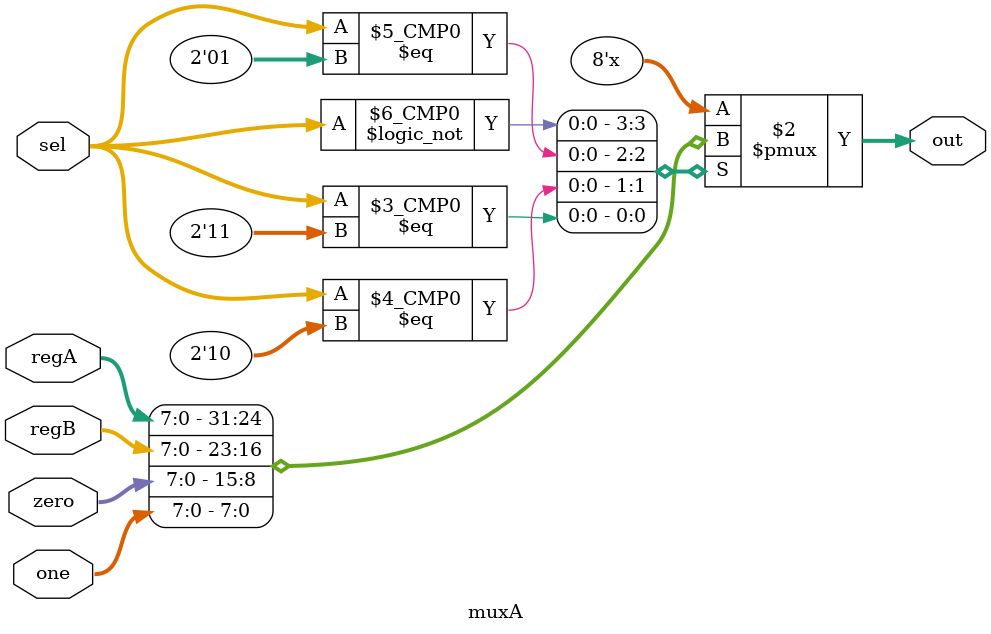
<source format=v>
module muxA(
    input [7:0] regA,      // Valor del registro A
    input [7:0] regB,      // Valor del registro B
    input [7:0] zero,      // Señal Z (8 bits de 0)
    input [7:0] one,       // Señal U (8 bits de 1)
    input [1:0] sel,       // Selector S_A
    output reg [7:0] out   // Salida al puerto A de la ALU
);

    always @(*) begin
        case(sel)
            2'b00: out = regA;      // Pasar registro A
            2'b01: out = regB;      // Pasar registro B
            2'b10: out = zero;      // Pasar cero (Z)
            2'b11: out = one;       // Pasar uno (U)
            default: out = zero;     // Por defecto cero
        endcase
    end
endmodule
</source>
